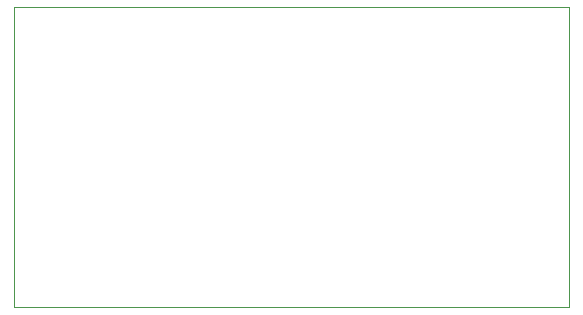
<source format=gbr>
%TF.GenerationSoftware,KiCad,Pcbnew,(5.1.9)-1*%
%TF.CreationDate,2021-03-27T14:28:14-04:00*%
%TF.ProjectId,DS2_Addon,4453325f-4164-4646-9f6e-2e6b69636164,rev?*%
%TF.SameCoordinates,Original*%
%TF.FileFunction,Profile,NP*%
%FSLAX46Y46*%
G04 Gerber Fmt 4.6, Leading zero omitted, Abs format (unit mm)*
G04 Created by KiCad (PCBNEW (5.1.9)-1) date 2021-03-27 14:28:14*
%MOMM*%
%LPD*%
G01*
G04 APERTURE LIST*
%TA.AperFunction,Profile*%
%ADD10C,0.050000*%
%TD*%
G04 APERTURE END LIST*
D10*
X113030000Y-95885000D02*
X113030000Y-70485000D01*
X160020000Y-95885000D02*
X113030000Y-95885000D01*
X160020000Y-70485000D02*
X160020000Y-95885000D01*
X113030000Y-70485000D02*
X160020000Y-70485000D01*
M02*

</source>
